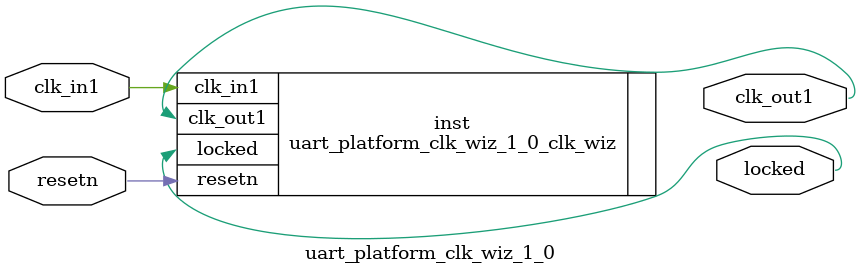
<source format=v>


`timescale 1ps/1ps

(* CORE_GENERATION_INFO = "uart_platform_clk_wiz_1_0,clk_wiz_v6_0_10_0_0,{component_name=uart_platform_clk_wiz_1_0,use_phase_alignment=true,use_min_o_jitter=false,use_max_i_jitter=false,use_dyn_phase_shift=false,use_inclk_switchover=false,use_dyn_reconfig=false,enable_axi=0,feedback_source=FDBK_AUTO,PRIMITIVE=MMCM,num_out_clk=1,clkin1_period=10.000,clkin2_period=10.000,use_power_down=false,use_reset=true,use_locked=true,use_inclk_stopped=false,feedback_type=SINGLE,CLOCK_MGR_TYPE=NA,manual_override=false}" *)

module uart_platform_clk_wiz_1_0 
 (
  // Clock out ports
  output        clk_out1,
  // Status and control signals
  input         resetn,
  output        locked,
 // Clock in ports
  input         clk_in1
 );

  uart_platform_clk_wiz_1_0_clk_wiz inst
  (
  // Clock out ports  
  .clk_out1(clk_out1),
  // Status and control signals               
  .resetn(resetn), 
  .locked(locked),
 // Clock in ports
  .clk_in1(clk_in1)
  );

endmodule

</source>
